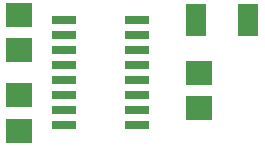
<source format=gtp>
G04 MADE WITH FRITZING*
G04 WWW.FRITZING.ORG*
G04 DOUBLE SIDED*
G04 HOLES PLATED*
G04 CONTOUR ON CENTER OF CONTOUR VECTOR*
%ASAXBY*%
%FSLAX23Y23*%
%MOIN*%
%OFA0B0*%
%SFA1.0B1.0*%
%ADD10R,0.080000X0.026000*%
%ADD11R,0.086614X0.078740*%
%ADD12R,0.070866X0.106299*%
%LNPASTEMASK1*%
G90*
G70*
G54D10*
X582Y640D03*
X582Y590D03*
X582Y540D03*
X582Y490D03*
X582Y440D03*
X582Y390D03*
X582Y340D03*
X582Y290D03*
X824Y290D03*
X824Y340D03*
X824Y390D03*
X824Y440D03*
X824Y490D03*
X824Y540D03*
X824Y590D03*
X824Y640D03*
G54D11*
X432Y540D03*
X432Y658D03*
X432Y390D03*
X432Y272D03*
X1032Y465D03*
X1032Y347D03*
G54D12*
X1021Y640D03*
X1195Y640D03*
G04 End of PasteMask1*
M02*
</source>
